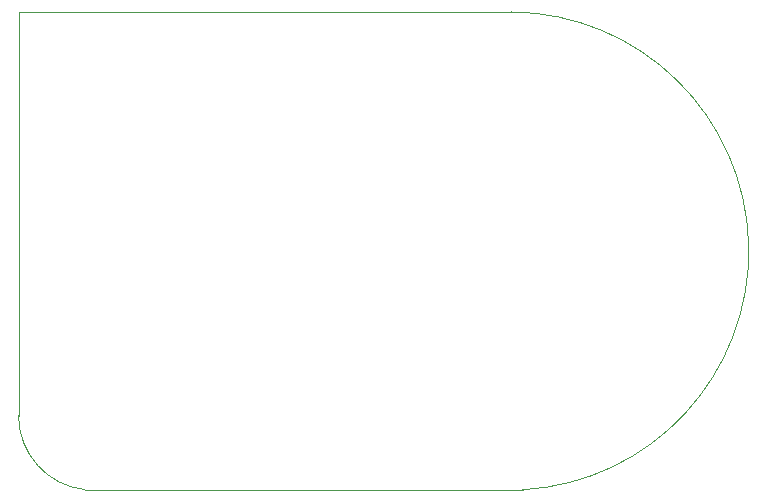
<source format=gbr>
G04 #@! TF.GenerationSoftware,KiCad,Pcbnew,5.1.6-1.fc32*
G04 #@! TF.CreationDate,2020-06-02T17:43:18-04:00*
G04 #@! TF.ProjectId,binarydispattiny,62696e61-7279-4646-9973-70617474696e,0.3*
G04 #@! TF.SameCoordinates,Original*
G04 #@! TF.FileFunction,Profile,NP*
%FSLAX46Y46*%
G04 Gerber Fmt 4.6, Leading zero omitted, Abs format (unit mm)*
G04 Created by KiCad (PCBNEW 5.1.6-1.fc32) date 2020-06-02 17:43:18*
%MOMM*%
%LPD*%
G01*
G04 APERTURE LIST*
G04 #@! TA.AperFunction,Profile*
%ADD10C,0.050000*%
G04 #@! TD*
G04 APERTURE END LIST*
D10*
X151995473Y-74305265D02*
G75*
G02*
X152958800Y-114757200I-128870J-20240507D01*
G01*
X115875988Y-114745227D02*
G75*
G02*
X110286800Y-108508800I705911J6255424D01*
G01*
X151995473Y-74305265D02*
X110286800Y-74295000D01*
X115875988Y-114745226D02*
X152958800Y-114757200D01*
X110286800Y-74295000D02*
X110286800Y-108508800D01*
M02*

</source>
